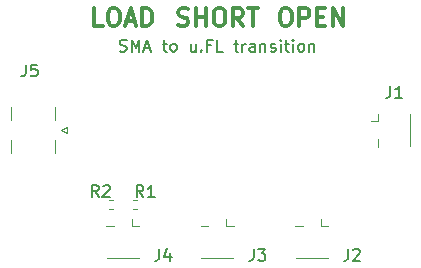
<source format=gbr>
%TF.GenerationSoftware,KiCad,Pcbnew,5.1.9-73d0e3b20d~88~ubuntu20.04.1*%
%TF.CreationDate,2021-03-06T00:26:18+00:00*%
%TF.ProjectId,SMA_to_uFL,534d415f-746f-45f7-9546-4c2e6b696361,1.0*%
%TF.SameCoordinates,Original*%
%TF.FileFunction,Legend,Top*%
%TF.FilePolarity,Positive*%
%FSLAX46Y46*%
G04 Gerber Fmt 4.6, Leading zero omitted, Abs format (unit mm)*
G04 Created by KiCad (PCBNEW 5.1.9-73d0e3b20d~88~ubuntu20.04.1) date 2021-03-06 00:26:18*
%MOMM*%
%LPD*%
G01*
G04 APERTURE LIST*
%ADD10C,0.150000*%
%ADD11C,0.300000*%
%ADD12C,0.120000*%
G04 APERTURE END LIST*
D10*
X82232095Y-53292761D02*
X82374952Y-53340380D01*
X82613047Y-53340380D01*
X82708285Y-53292761D01*
X82755904Y-53245142D01*
X82803523Y-53149904D01*
X82803523Y-53054666D01*
X82755904Y-52959428D01*
X82708285Y-52911809D01*
X82613047Y-52864190D01*
X82422571Y-52816571D01*
X82327333Y-52768952D01*
X82279714Y-52721333D01*
X82232095Y-52626095D01*
X82232095Y-52530857D01*
X82279714Y-52435619D01*
X82327333Y-52388000D01*
X82422571Y-52340380D01*
X82660666Y-52340380D01*
X82803523Y-52388000D01*
X83232095Y-53340380D02*
X83232095Y-52340380D01*
X83565428Y-53054666D01*
X83898761Y-52340380D01*
X83898761Y-53340380D01*
X84327333Y-53054666D02*
X84803523Y-53054666D01*
X84232095Y-53340380D02*
X84565428Y-52340380D01*
X84898761Y-53340380D01*
X85851142Y-52673714D02*
X86232095Y-52673714D01*
X85994000Y-52340380D02*
X85994000Y-53197523D01*
X86041619Y-53292761D01*
X86136857Y-53340380D01*
X86232095Y-53340380D01*
X86708285Y-53340380D02*
X86613047Y-53292761D01*
X86565428Y-53245142D01*
X86517809Y-53149904D01*
X86517809Y-52864190D01*
X86565428Y-52768952D01*
X86613047Y-52721333D01*
X86708285Y-52673714D01*
X86851142Y-52673714D01*
X86946380Y-52721333D01*
X86994000Y-52768952D01*
X87041619Y-52864190D01*
X87041619Y-53149904D01*
X86994000Y-53245142D01*
X86946380Y-53292761D01*
X86851142Y-53340380D01*
X86708285Y-53340380D01*
X88660666Y-52673714D02*
X88660666Y-53340380D01*
X88232095Y-52673714D02*
X88232095Y-53197523D01*
X88279714Y-53292761D01*
X88374952Y-53340380D01*
X88517809Y-53340380D01*
X88613047Y-53292761D01*
X88660666Y-53245142D01*
X89136857Y-53245142D02*
X89184476Y-53292761D01*
X89136857Y-53340380D01*
X89089238Y-53292761D01*
X89136857Y-53245142D01*
X89136857Y-53340380D01*
X89946380Y-52816571D02*
X89613047Y-52816571D01*
X89613047Y-53340380D02*
X89613047Y-52340380D01*
X90089238Y-52340380D01*
X90946380Y-53340380D02*
X90470190Y-53340380D01*
X90470190Y-52340380D01*
X91898761Y-52673714D02*
X92279714Y-52673714D01*
X92041619Y-52340380D02*
X92041619Y-53197523D01*
X92089238Y-53292761D01*
X92184476Y-53340380D01*
X92279714Y-53340380D01*
X92613047Y-53340380D02*
X92613047Y-52673714D01*
X92613047Y-52864190D02*
X92660666Y-52768952D01*
X92708285Y-52721333D01*
X92803523Y-52673714D01*
X92898761Y-52673714D01*
X93660666Y-53340380D02*
X93660666Y-52816571D01*
X93613047Y-52721333D01*
X93517809Y-52673714D01*
X93327333Y-52673714D01*
X93232095Y-52721333D01*
X93660666Y-53292761D02*
X93565428Y-53340380D01*
X93327333Y-53340380D01*
X93232095Y-53292761D01*
X93184476Y-53197523D01*
X93184476Y-53102285D01*
X93232095Y-53007047D01*
X93327333Y-52959428D01*
X93565428Y-52959428D01*
X93660666Y-52911809D01*
X94136857Y-52673714D02*
X94136857Y-53340380D01*
X94136857Y-52768952D02*
X94184476Y-52721333D01*
X94279714Y-52673714D01*
X94422571Y-52673714D01*
X94517809Y-52721333D01*
X94565428Y-52816571D01*
X94565428Y-53340380D01*
X94994000Y-53292761D02*
X95089238Y-53340380D01*
X95279714Y-53340380D01*
X95374952Y-53292761D01*
X95422571Y-53197523D01*
X95422571Y-53149904D01*
X95374952Y-53054666D01*
X95279714Y-53007047D01*
X95136857Y-53007047D01*
X95041619Y-52959428D01*
X94994000Y-52864190D01*
X94994000Y-52816571D01*
X95041619Y-52721333D01*
X95136857Y-52673714D01*
X95279714Y-52673714D01*
X95374952Y-52721333D01*
X95851142Y-53340380D02*
X95851142Y-52673714D01*
X95851142Y-52340380D02*
X95803523Y-52388000D01*
X95851142Y-52435619D01*
X95898761Y-52388000D01*
X95851142Y-52340380D01*
X95851142Y-52435619D01*
X96184476Y-52673714D02*
X96565428Y-52673714D01*
X96327333Y-52340380D02*
X96327333Y-53197523D01*
X96374952Y-53292761D01*
X96470190Y-53340380D01*
X96565428Y-53340380D01*
X96898761Y-53340380D02*
X96898761Y-52673714D01*
X96898761Y-52340380D02*
X96851142Y-52388000D01*
X96898761Y-52435619D01*
X96946380Y-52388000D01*
X96898761Y-52340380D01*
X96898761Y-52435619D01*
X97517809Y-53340380D02*
X97422571Y-53292761D01*
X97374952Y-53245142D01*
X97327333Y-53149904D01*
X97327333Y-52864190D01*
X97374952Y-52768952D01*
X97422571Y-52721333D01*
X97517809Y-52673714D01*
X97660666Y-52673714D01*
X97755904Y-52721333D01*
X97803523Y-52768952D01*
X97851142Y-52864190D01*
X97851142Y-53149904D01*
X97803523Y-53245142D01*
X97755904Y-53292761D01*
X97660666Y-53340380D01*
X97517809Y-53340380D01*
X98279714Y-52673714D02*
X98279714Y-53340380D01*
X98279714Y-52768952D02*
X98327333Y-52721333D01*
X98422571Y-52673714D01*
X98565428Y-52673714D01*
X98660666Y-52721333D01*
X98708285Y-52816571D01*
X98708285Y-53340380D01*
D11*
X80785714Y-51178571D02*
X80071428Y-51178571D01*
X80071428Y-49678571D01*
X81571428Y-49678571D02*
X81857142Y-49678571D01*
X82000000Y-49750000D01*
X82142857Y-49892857D01*
X82214285Y-50178571D01*
X82214285Y-50678571D01*
X82142857Y-50964285D01*
X82000000Y-51107142D01*
X81857142Y-51178571D01*
X81571428Y-51178571D01*
X81428571Y-51107142D01*
X81285714Y-50964285D01*
X81214285Y-50678571D01*
X81214285Y-50178571D01*
X81285714Y-49892857D01*
X81428571Y-49750000D01*
X81571428Y-49678571D01*
X82785714Y-50750000D02*
X83500000Y-50750000D01*
X82642857Y-51178571D02*
X83142857Y-49678571D01*
X83642857Y-51178571D01*
X84142857Y-51178571D02*
X84142857Y-49678571D01*
X84500000Y-49678571D01*
X84714285Y-49750000D01*
X84857142Y-49892857D01*
X84928571Y-50035714D01*
X85000000Y-50321428D01*
X85000000Y-50535714D01*
X84928571Y-50821428D01*
X84857142Y-50964285D01*
X84714285Y-51107142D01*
X84500000Y-51178571D01*
X84142857Y-51178571D01*
X87178571Y-51107142D02*
X87392857Y-51178571D01*
X87750000Y-51178571D01*
X87892857Y-51107142D01*
X87964285Y-51035714D01*
X88035714Y-50892857D01*
X88035714Y-50750000D01*
X87964285Y-50607142D01*
X87892857Y-50535714D01*
X87750000Y-50464285D01*
X87464285Y-50392857D01*
X87321428Y-50321428D01*
X87250000Y-50250000D01*
X87178571Y-50107142D01*
X87178571Y-49964285D01*
X87250000Y-49821428D01*
X87321428Y-49750000D01*
X87464285Y-49678571D01*
X87821428Y-49678571D01*
X88035714Y-49750000D01*
X88678571Y-51178571D02*
X88678571Y-49678571D01*
X88678571Y-50392857D02*
X89535714Y-50392857D01*
X89535714Y-51178571D02*
X89535714Y-49678571D01*
X90535714Y-49678571D02*
X90821428Y-49678571D01*
X90964285Y-49750000D01*
X91107142Y-49892857D01*
X91178571Y-50178571D01*
X91178571Y-50678571D01*
X91107142Y-50964285D01*
X90964285Y-51107142D01*
X90821428Y-51178571D01*
X90535714Y-51178571D01*
X90392857Y-51107142D01*
X90250000Y-50964285D01*
X90178571Y-50678571D01*
X90178571Y-50178571D01*
X90250000Y-49892857D01*
X90392857Y-49750000D01*
X90535714Y-49678571D01*
X92678571Y-51178571D02*
X92178571Y-50464285D01*
X91821428Y-51178571D02*
X91821428Y-49678571D01*
X92392857Y-49678571D01*
X92535714Y-49750000D01*
X92607142Y-49821428D01*
X92678571Y-49964285D01*
X92678571Y-50178571D01*
X92607142Y-50321428D01*
X92535714Y-50392857D01*
X92392857Y-50464285D01*
X91821428Y-50464285D01*
X93107142Y-49678571D02*
X93964285Y-49678571D01*
X93535714Y-51178571D02*
X93535714Y-49678571D01*
X96142857Y-49678571D02*
X96428571Y-49678571D01*
X96571428Y-49750000D01*
X96714285Y-49892857D01*
X96785714Y-50178571D01*
X96785714Y-50678571D01*
X96714285Y-50964285D01*
X96571428Y-51107142D01*
X96428571Y-51178571D01*
X96142857Y-51178571D01*
X96000000Y-51107142D01*
X95857142Y-50964285D01*
X95785714Y-50678571D01*
X95785714Y-50178571D01*
X95857142Y-49892857D01*
X96000000Y-49750000D01*
X96142857Y-49678571D01*
X97428571Y-51178571D02*
X97428571Y-49678571D01*
X98000000Y-49678571D01*
X98142857Y-49750000D01*
X98214285Y-49821428D01*
X98285714Y-49964285D01*
X98285714Y-50178571D01*
X98214285Y-50321428D01*
X98142857Y-50392857D01*
X98000000Y-50464285D01*
X97428571Y-50464285D01*
X98928571Y-50392857D02*
X99428571Y-50392857D01*
X99642857Y-51178571D02*
X98928571Y-51178571D01*
X98928571Y-49678571D01*
X99642857Y-49678571D01*
X100285714Y-51178571D02*
X100285714Y-49678571D01*
X101142857Y-51178571D01*
X101142857Y-49678571D01*
D12*
%TO.C,R2*%
X81653641Y-66650000D02*
X81346359Y-66650000D01*
X81653641Y-65890000D02*
X81346359Y-65890000D01*
%TO.C,R1*%
X83346359Y-65890000D02*
X83653641Y-65890000D01*
X83346359Y-66650000D02*
X83653641Y-66650000D01*
%TO.C,J5*%
X77760000Y-59750000D02*
X77260000Y-60000000D01*
X77760000Y-60250000D02*
X77760000Y-59750000D01*
X77260000Y-60000000D02*
X77760000Y-60250000D01*
X73000000Y-58050000D02*
X73000000Y-59160000D01*
X73000000Y-60840000D02*
X73000000Y-61950000D01*
X76710000Y-58050000D02*
X76710000Y-59160000D01*
X76710000Y-60840000D02*
X76710000Y-61950000D01*
%TO.C,J4*%
X83850000Y-70835000D02*
X81150000Y-70835000D01*
X83260000Y-68115000D02*
X83260000Y-67485000D01*
X81100000Y-68115000D02*
X81740000Y-68115000D01*
X83900000Y-68115000D02*
X83260000Y-68115000D01*
%TO.C,J3*%
X91850000Y-70835000D02*
X89150000Y-70835000D01*
X91260000Y-68115000D02*
X91260000Y-67485000D01*
X89100000Y-68115000D02*
X89740000Y-68115000D01*
X91900000Y-68115000D02*
X91260000Y-68115000D01*
%TO.C,J2*%
X99850000Y-70835000D02*
X97150000Y-70835000D01*
X99260000Y-68115000D02*
X99260000Y-67485000D01*
X97100000Y-68115000D02*
X97740000Y-68115000D01*
X99900000Y-68115000D02*
X99260000Y-68115000D01*
%TO.C,J1*%
X106835000Y-58650000D02*
X106835000Y-61350000D01*
X104115000Y-59240000D02*
X103485000Y-59240000D01*
X104115000Y-61400000D02*
X104115000Y-60760000D01*
X104115000Y-58600000D02*
X104115000Y-59240000D01*
%TD*%
%TO.C, *%
D10*
%TO.C,R2*%
X80433333Y-65652380D02*
X80100000Y-65176190D01*
X79861904Y-65652380D02*
X79861904Y-64652380D01*
X80242857Y-64652380D01*
X80338095Y-64700000D01*
X80385714Y-64747619D01*
X80433333Y-64842857D01*
X80433333Y-64985714D01*
X80385714Y-65080952D01*
X80338095Y-65128571D01*
X80242857Y-65176190D01*
X79861904Y-65176190D01*
X80814285Y-64747619D02*
X80861904Y-64700000D01*
X80957142Y-64652380D01*
X81195238Y-64652380D01*
X81290476Y-64700000D01*
X81338095Y-64747619D01*
X81385714Y-64842857D01*
X81385714Y-64938095D01*
X81338095Y-65080952D01*
X80766666Y-65652380D01*
X81385714Y-65652380D01*
%TO.C,R1*%
X84233333Y-65652380D02*
X83900000Y-65176190D01*
X83661904Y-65652380D02*
X83661904Y-64652380D01*
X84042857Y-64652380D01*
X84138095Y-64700000D01*
X84185714Y-64747619D01*
X84233333Y-64842857D01*
X84233333Y-64985714D01*
X84185714Y-65080952D01*
X84138095Y-65128571D01*
X84042857Y-65176190D01*
X83661904Y-65176190D01*
X85185714Y-65652380D02*
X84614285Y-65652380D01*
X84900000Y-65652380D02*
X84900000Y-64652380D01*
X84804761Y-64795238D01*
X84709523Y-64890476D01*
X84614285Y-64938095D01*
%TO.C,J5*%
X74266666Y-54452380D02*
X74266666Y-55166666D01*
X74219047Y-55309523D01*
X74123809Y-55404761D01*
X73980952Y-55452380D01*
X73885714Y-55452380D01*
X75219047Y-54452380D02*
X74742857Y-54452380D01*
X74695238Y-54928571D01*
X74742857Y-54880952D01*
X74838095Y-54833333D01*
X75076190Y-54833333D01*
X75171428Y-54880952D01*
X75219047Y-54928571D01*
X75266666Y-55023809D01*
X75266666Y-55261904D01*
X75219047Y-55357142D01*
X75171428Y-55404761D01*
X75076190Y-55452380D01*
X74838095Y-55452380D01*
X74742857Y-55404761D01*
X74695238Y-55357142D01*
%TO.C,J4*%
X85566666Y-70052380D02*
X85566666Y-70766666D01*
X85519047Y-70909523D01*
X85423809Y-71004761D01*
X85280952Y-71052380D01*
X85185714Y-71052380D01*
X86471428Y-70385714D02*
X86471428Y-71052380D01*
X86233333Y-70004761D02*
X85995238Y-70719047D01*
X86614285Y-70719047D01*
%TO.C,J3*%
X93566666Y-70052380D02*
X93566666Y-70766666D01*
X93519047Y-70909523D01*
X93423809Y-71004761D01*
X93280952Y-71052380D01*
X93185714Y-71052380D01*
X93947619Y-70052380D02*
X94566666Y-70052380D01*
X94233333Y-70433333D01*
X94376190Y-70433333D01*
X94471428Y-70480952D01*
X94519047Y-70528571D01*
X94566666Y-70623809D01*
X94566666Y-70861904D01*
X94519047Y-70957142D01*
X94471428Y-71004761D01*
X94376190Y-71052380D01*
X94090476Y-71052380D01*
X93995238Y-71004761D01*
X93947619Y-70957142D01*
%TO.C,J2*%
X101566666Y-70052380D02*
X101566666Y-70766666D01*
X101519047Y-70909523D01*
X101423809Y-71004761D01*
X101280952Y-71052380D01*
X101185714Y-71052380D01*
X101995238Y-70147619D02*
X102042857Y-70100000D01*
X102138095Y-70052380D01*
X102376190Y-70052380D01*
X102471428Y-70100000D01*
X102519047Y-70147619D01*
X102566666Y-70242857D01*
X102566666Y-70338095D01*
X102519047Y-70480952D01*
X101947619Y-71052380D01*
X102566666Y-71052380D01*
%TO.C,J1*%
X105141666Y-56252380D02*
X105141666Y-56966666D01*
X105094047Y-57109523D01*
X104998809Y-57204761D01*
X104855952Y-57252380D01*
X104760714Y-57252380D01*
X106141666Y-57252380D02*
X105570238Y-57252380D01*
X105855952Y-57252380D02*
X105855952Y-56252380D01*
X105760714Y-56395238D01*
X105665476Y-56490476D01*
X105570238Y-56538095D01*
%TD*%
M02*

</source>
